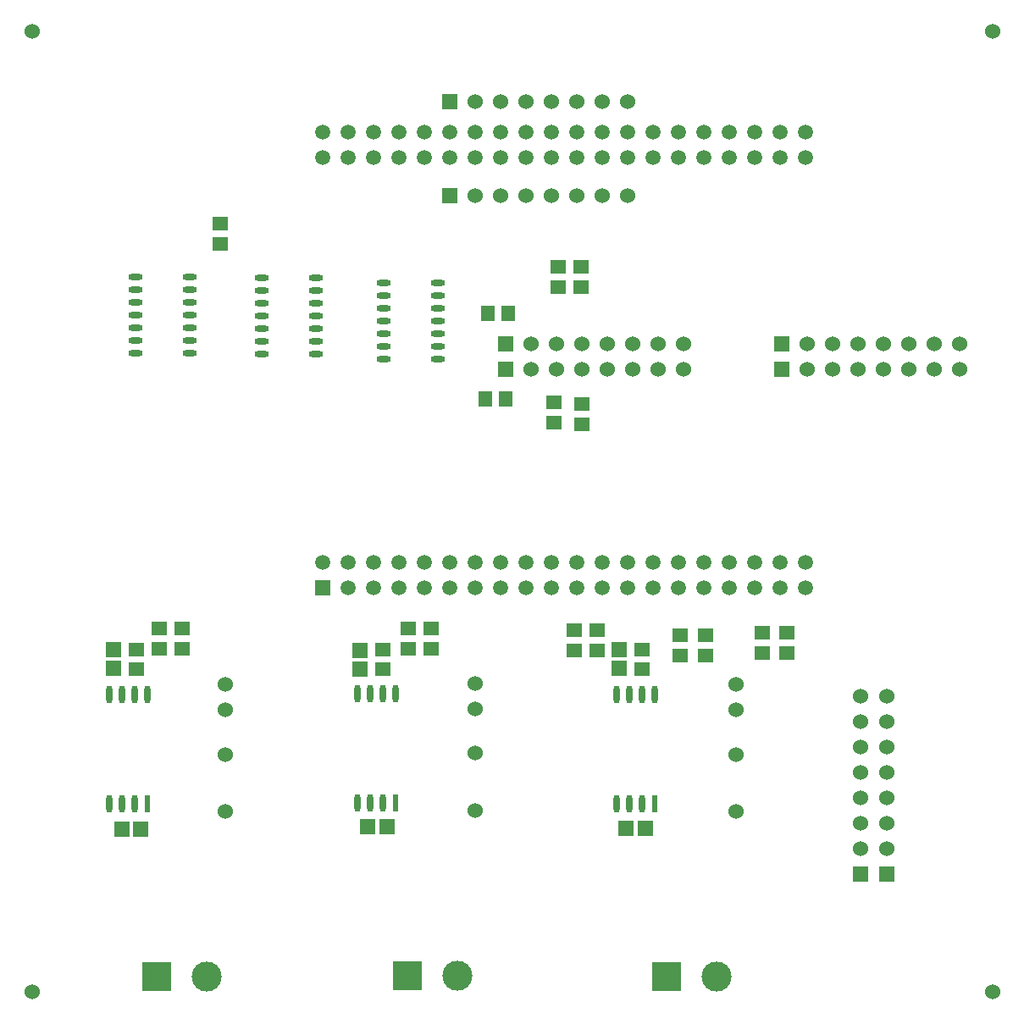
<source format=gbr>
G04 Layer_Color=255*
%FSLAX26Y26*%
%MOIN*%
%TF.FileFunction,Pads,Bot*%
%TF.Part,Single*%
G01*
G75*
%TA.AperFunction,SMDPad,CuDef*%
%ADD10R,0.059055X0.055118*%
%ADD11R,0.055118X0.059055*%
%ADD12R,0.062992X0.059055*%
%ADD13R,0.059055X0.062992*%
%TA.AperFunction,ComponentPad*%
%ADD18C,0.060000*%
%ADD19R,0.060000X0.060000*%
%ADD20R,0.060000X0.060000*%
%ADD21R,0.059055X0.059055*%
%ADD22C,0.059055*%
%ADD23C,0.118110*%
%ADD24R,0.118110X0.118110*%
%TA.AperFunction,WasherPad*%
%ADD25C,0.060000*%
%TA.AperFunction,SMDPad,CuDef*%
%ADD29R,0.023622X0.070866*%
%ADD30O,0.023622X0.070866*%
%ADD31O,0.057087X0.023622*%
D10*
X2165000Y2235630D02*
D03*
Y2314370D02*
D03*
X2160000Y2854370D02*
D03*
Y2775630D02*
D03*
X2055000Y2240630D02*
D03*
Y2319370D02*
D03*
X2070000Y2854370D02*
D03*
Y2775630D02*
D03*
X2135000Y1424370D02*
D03*
Y1345630D02*
D03*
X2225000Y1345630D02*
D03*
Y1424370D02*
D03*
X590000Y1429370D02*
D03*
Y1350630D02*
D03*
X500000Y1350630D02*
D03*
Y1429370D02*
D03*
X1570000Y1429370D02*
D03*
Y1350630D02*
D03*
X1480000Y1350630D02*
D03*
Y1429370D02*
D03*
X1380000Y1347958D02*
D03*
Y1269218D02*
D03*
X410000Y1347958D02*
D03*
Y1269218D02*
D03*
X2400000Y1347958D02*
D03*
Y1269218D02*
D03*
X2650000Y1325630D02*
D03*
Y1404370D02*
D03*
X2550000Y1404370D02*
D03*
Y1325630D02*
D03*
X2970000Y1335630D02*
D03*
Y1414370D02*
D03*
X2875000Y1414370D02*
D03*
Y1335630D02*
D03*
X740000Y3024370D02*
D03*
Y2945630D02*
D03*
D11*
X1785630Y2335000D02*
D03*
X1864370D02*
D03*
X1794563Y2670000D02*
D03*
X1873303D02*
D03*
D12*
X1290000Y1344577D02*
D03*
Y1269774D02*
D03*
X320000Y1347402D02*
D03*
Y1272599D02*
D03*
X2310000Y1347402D02*
D03*
Y1272599D02*
D03*
D13*
X1396772Y650000D02*
D03*
X1321968D02*
D03*
X427402Y640000D02*
D03*
X352599D02*
D03*
X2412402Y645000D02*
D03*
X2337599D02*
D03*
D18*
X3260000Y665000D02*
D03*
Y565000D02*
D03*
Y1165000D02*
D03*
Y1065000D02*
D03*
Y965000D02*
D03*
Y865000D02*
D03*
Y765000D02*
D03*
X3365000Y665000D02*
D03*
Y565000D02*
D03*
Y1165000D02*
D03*
Y1065000D02*
D03*
Y965000D02*
D03*
Y865000D02*
D03*
Y765000D02*
D03*
X3250001Y2550000D02*
D03*
X3350001D02*
D03*
X3450001D02*
D03*
X3550001D02*
D03*
X3650001D02*
D03*
X3050001D02*
D03*
X3150001D02*
D03*
X3250001Y2450000D02*
D03*
X3350001D02*
D03*
X3450001D02*
D03*
X3550001D02*
D03*
X3650001D02*
D03*
X3050001D02*
D03*
X3150001D02*
D03*
X2165001Y2550000D02*
D03*
X2265001D02*
D03*
X2365001D02*
D03*
X2465001D02*
D03*
X2565001D02*
D03*
X1965001D02*
D03*
X2065001D02*
D03*
X2165001Y2450000D02*
D03*
X2265001D02*
D03*
X2365001D02*
D03*
X2465001D02*
D03*
X2565001D02*
D03*
X1965001D02*
D03*
X2065001D02*
D03*
X1744370Y715591D02*
D03*
Y940000D02*
D03*
Y1115591D02*
D03*
Y1215591D02*
D03*
X760000Y710591D02*
D03*
Y935000D02*
D03*
Y1110591D02*
D03*
Y1210591D02*
D03*
X2770000Y710591D02*
D03*
Y935000D02*
D03*
Y1110591D02*
D03*
Y1210591D02*
D03*
X1845000Y3135000D02*
D03*
X1745000D02*
D03*
X2345000D02*
D03*
X2245000D02*
D03*
X2145000D02*
D03*
X2045000D02*
D03*
X1945000D02*
D03*
X1845000Y3505000D02*
D03*
X1745000D02*
D03*
X2345000D02*
D03*
X2245000D02*
D03*
X2145000D02*
D03*
X2045000D02*
D03*
X1945000D02*
D03*
D19*
X3260000Y465000D02*
D03*
X3365000D02*
D03*
D20*
X2950001Y2550000D02*
D03*
Y2450000D02*
D03*
X1865001Y2550000D02*
D03*
Y2450000D02*
D03*
X1645000Y3135000D02*
D03*
Y3505000D02*
D03*
D21*
X1145000Y1590000D02*
D03*
D22*
X1245000D02*
D03*
X1345000D02*
D03*
X1445000D02*
D03*
X1545000D02*
D03*
X1645000D02*
D03*
X1745000D02*
D03*
X1845000D02*
D03*
X1945000D02*
D03*
X2045000D02*
D03*
X2145000D02*
D03*
X2245000D02*
D03*
X2345000D02*
D03*
X2445000D02*
D03*
X2545000D02*
D03*
X2645000D02*
D03*
X2745000D02*
D03*
X2845000D02*
D03*
X2945000D02*
D03*
X3045000D02*
D03*
X1145000Y1690000D02*
D03*
X1245000D02*
D03*
X1345000D02*
D03*
X1445000D02*
D03*
X1545000D02*
D03*
X1645000D02*
D03*
X1745000D02*
D03*
X1845000D02*
D03*
X1945000D02*
D03*
X2045000D02*
D03*
X2145000D02*
D03*
X2245000D02*
D03*
X2345000D02*
D03*
X2445000D02*
D03*
X2545000D02*
D03*
X2645000D02*
D03*
X2745000D02*
D03*
X2845000D02*
D03*
X2945000D02*
D03*
X3045000D02*
D03*
X1145000Y3282913D02*
D03*
X3045000Y3382913D02*
D03*
X2945000D02*
D03*
X2845000D02*
D03*
X2745000D02*
D03*
X2645000D02*
D03*
X2545000D02*
D03*
X2445000D02*
D03*
X2345000D02*
D03*
X2245000D02*
D03*
X2145000D02*
D03*
X2045000D02*
D03*
X1945000D02*
D03*
X1845000D02*
D03*
X1745000D02*
D03*
X1645000D02*
D03*
X1545000D02*
D03*
X1445000D02*
D03*
X1345000D02*
D03*
X1245000D02*
D03*
X1145000D02*
D03*
X3045000Y3282913D02*
D03*
X2945000D02*
D03*
X2845000D02*
D03*
X2745000D02*
D03*
X2645000D02*
D03*
X2545000D02*
D03*
X2445000D02*
D03*
X2345000D02*
D03*
X2245000D02*
D03*
X2145000D02*
D03*
X2045000D02*
D03*
X1945000D02*
D03*
X1845000D02*
D03*
X1745000D02*
D03*
X1645000D02*
D03*
X1545000D02*
D03*
X1445000D02*
D03*
X1345000D02*
D03*
X1245000D02*
D03*
D23*
X2693425Y60000D02*
D03*
X1672795Y65000D02*
D03*
X688425Y60000D02*
D03*
D24*
X2496575D02*
D03*
X1475945Y65000D02*
D03*
X491575Y60000D02*
D03*
D25*
X3779527Y3779528D02*
D03*
Y-0D02*
D03*
X1Y3779528D02*
D03*
Y-0D02*
D03*
D29*
X1429370Y745000D02*
D03*
X455000Y740000D02*
D03*
X2450000D02*
D03*
D30*
X1379370Y745000D02*
D03*
X1329370D02*
D03*
X1279370D02*
D03*
X1429370Y1174134D02*
D03*
X1379370D02*
D03*
X1329370D02*
D03*
X1279370D02*
D03*
X405000Y740000D02*
D03*
X355000D02*
D03*
X305000D02*
D03*
X455000Y1169134D02*
D03*
X405000D02*
D03*
X355000D02*
D03*
X305000D02*
D03*
X2400000Y740000D02*
D03*
X2350000D02*
D03*
X2300000D02*
D03*
X2450000Y1169134D02*
D03*
X2400000D02*
D03*
X2350000D02*
D03*
X2300000D02*
D03*
D31*
X622000Y2815000D02*
D03*
Y2765000D02*
D03*
Y2715000D02*
D03*
Y2665000D02*
D03*
Y2615000D02*
D03*
Y2565000D02*
D03*
Y2515000D02*
D03*
X407433Y2815000D02*
D03*
Y2765000D02*
D03*
Y2715000D02*
D03*
Y2665000D02*
D03*
Y2615000D02*
D03*
Y2565000D02*
D03*
Y2515000D02*
D03*
X1117000Y2811000D02*
D03*
Y2761000D02*
D03*
Y2711000D02*
D03*
Y2661000D02*
D03*
Y2611000D02*
D03*
Y2561000D02*
D03*
Y2511000D02*
D03*
X902433Y2811000D02*
D03*
Y2761000D02*
D03*
Y2711000D02*
D03*
Y2661000D02*
D03*
Y2611000D02*
D03*
Y2561000D02*
D03*
Y2511000D02*
D03*
X1597000Y2790000D02*
D03*
Y2740000D02*
D03*
Y2690000D02*
D03*
Y2640000D02*
D03*
Y2590000D02*
D03*
Y2540000D02*
D03*
Y2490000D02*
D03*
X1382433Y2790000D02*
D03*
Y2740000D02*
D03*
Y2690000D02*
D03*
Y2640000D02*
D03*
Y2590000D02*
D03*
Y2540000D02*
D03*
Y2490000D02*
D03*
%TF.MD5,650678bec1a035443f0490756e5c20b4*%
M02*

</source>
